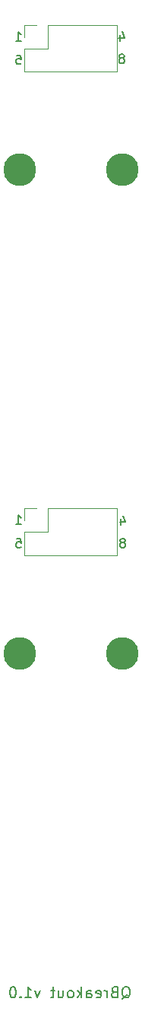
<source format=gbr>
%TF.GenerationSoftware,KiCad,Pcbnew,(6.0.11)*%
%TF.CreationDate,2023-01-29T15:15:52+00:00*%
%TF.ProjectId,Quadraphone_Breakout_Controls,51756164-7261-4706-986f-6e655f427265,rev?*%
%TF.SameCoordinates,Original*%
%TF.FileFunction,Legend,Bot*%
%TF.FilePolarity,Positive*%
%FSLAX46Y46*%
G04 Gerber Fmt 4.6, Leading zero omitted, Abs format (unit mm)*
G04 Created by KiCad (PCBNEW (6.0.11)) date 2023-01-29 15:15:52*
%MOMM*%
%LPD*%
G01*
G04 APERTURE LIST*
%ADD10C,0.150000*%
%ADD11C,0.200000*%
%ADD12C,0.120000*%
%ADD13C,3.650000*%
G04 APERTURE END LIST*
D10*
X53361904Y-107752380D02*
X53838095Y-107752380D01*
X53885714Y-108228571D01*
X53838095Y-108180952D01*
X53742857Y-108133333D01*
X53504761Y-108133333D01*
X53409523Y-108180952D01*
X53361904Y-108228571D01*
X53314285Y-108323809D01*
X53314285Y-108561904D01*
X53361904Y-108657142D01*
X53409523Y-108704761D01*
X53504761Y-108752380D01*
X53742857Y-108752380D01*
X53838095Y-108704761D01*
X53885714Y-108657142D01*
X65009523Y-105585714D02*
X65009523Y-106252380D01*
X65247619Y-105204761D02*
X65485714Y-105919047D01*
X64866666Y-105919047D01*
X53314285Y-52352380D02*
X53885714Y-52352380D01*
X53600000Y-52352380D02*
X53600000Y-51352380D01*
X53695238Y-51495238D01*
X53790476Y-51590476D01*
X53885714Y-51638095D01*
X65195238Y-54280952D02*
X65290476Y-54233333D01*
X65338095Y-54185714D01*
X65385714Y-54090476D01*
X65385714Y-54042857D01*
X65338095Y-53947619D01*
X65290476Y-53900000D01*
X65195238Y-53852380D01*
X65004761Y-53852380D01*
X64909523Y-53900000D01*
X64861904Y-53947619D01*
X64814285Y-54042857D01*
X64814285Y-54090476D01*
X64861904Y-54185714D01*
X64909523Y-54233333D01*
X65004761Y-54280952D01*
X65195238Y-54280952D01*
X65290476Y-54328571D01*
X65338095Y-54376190D01*
X65385714Y-54471428D01*
X65385714Y-54661904D01*
X65338095Y-54757142D01*
X65290476Y-54804761D01*
X65195238Y-54852380D01*
X65004761Y-54852380D01*
X64909523Y-54804761D01*
X64861904Y-54757142D01*
X64814285Y-54661904D01*
X64814285Y-54471428D01*
X64861904Y-54376190D01*
X64909523Y-54328571D01*
X65004761Y-54280952D01*
X53314285Y-106152380D02*
X53885714Y-106152380D01*
X53600000Y-106152380D02*
X53600000Y-105152380D01*
X53695238Y-105295238D01*
X53790476Y-105390476D01*
X53885714Y-105438095D01*
D11*
X65128571Y-158957142D02*
X65242857Y-158900000D01*
X65357142Y-158785714D01*
X65528571Y-158614285D01*
X65642857Y-158557142D01*
X65757142Y-158557142D01*
X65700000Y-158842857D02*
X65814285Y-158785714D01*
X65928571Y-158671428D01*
X65985714Y-158442857D01*
X65985714Y-158042857D01*
X65928571Y-157814285D01*
X65814285Y-157700000D01*
X65700000Y-157642857D01*
X65471428Y-157642857D01*
X65357142Y-157700000D01*
X65242857Y-157814285D01*
X65185714Y-158042857D01*
X65185714Y-158442857D01*
X65242857Y-158671428D01*
X65357142Y-158785714D01*
X65471428Y-158842857D01*
X65700000Y-158842857D01*
X64271428Y-158214285D02*
X64100000Y-158271428D01*
X64042857Y-158328571D01*
X63985714Y-158442857D01*
X63985714Y-158614285D01*
X64042857Y-158728571D01*
X64100000Y-158785714D01*
X64214285Y-158842857D01*
X64671428Y-158842857D01*
X64671428Y-157642857D01*
X64271428Y-157642857D01*
X64157142Y-157700000D01*
X64100000Y-157757142D01*
X64042857Y-157871428D01*
X64042857Y-157985714D01*
X64100000Y-158100000D01*
X64157142Y-158157142D01*
X64271428Y-158214285D01*
X64671428Y-158214285D01*
X63471428Y-158842857D02*
X63471428Y-158042857D01*
X63471428Y-158271428D02*
X63414285Y-158157142D01*
X63357142Y-158100000D01*
X63242857Y-158042857D01*
X63128571Y-158042857D01*
X62271428Y-158785714D02*
X62385714Y-158842857D01*
X62614285Y-158842857D01*
X62728571Y-158785714D01*
X62785714Y-158671428D01*
X62785714Y-158214285D01*
X62728571Y-158100000D01*
X62614285Y-158042857D01*
X62385714Y-158042857D01*
X62271428Y-158100000D01*
X62214285Y-158214285D01*
X62214285Y-158328571D01*
X62785714Y-158442857D01*
X61185714Y-158842857D02*
X61185714Y-158214285D01*
X61242857Y-158100000D01*
X61357142Y-158042857D01*
X61585714Y-158042857D01*
X61700000Y-158100000D01*
X61185714Y-158785714D02*
X61300000Y-158842857D01*
X61585714Y-158842857D01*
X61700000Y-158785714D01*
X61757142Y-158671428D01*
X61757142Y-158557142D01*
X61700000Y-158442857D01*
X61585714Y-158385714D01*
X61300000Y-158385714D01*
X61185714Y-158328571D01*
X60614285Y-158842857D02*
X60614285Y-157642857D01*
X60500000Y-158385714D02*
X60157142Y-158842857D01*
X60157142Y-158042857D02*
X60614285Y-158500000D01*
X59471428Y-158842857D02*
X59585714Y-158785714D01*
X59642857Y-158728571D01*
X59700000Y-158614285D01*
X59700000Y-158271428D01*
X59642857Y-158157142D01*
X59585714Y-158100000D01*
X59471428Y-158042857D01*
X59300000Y-158042857D01*
X59185714Y-158100000D01*
X59128571Y-158157142D01*
X59071428Y-158271428D01*
X59071428Y-158614285D01*
X59128571Y-158728571D01*
X59185714Y-158785714D01*
X59300000Y-158842857D01*
X59471428Y-158842857D01*
X58042857Y-158042857D02*
X58042857Y-158842857D01*
X58557142Y-158042857D02*
X58557142Y-158671428D01*
X58500000Y-158785714D01*
X58385714Y-158842857D01*
X58214285Y-158842857D01*
X58100000Y-158785714D01*
X58042857Y-158728571D01*
X57642857Y-158042857D02*
X57185714Y-158042857D01*
X57471428Y-157642857D02*
X57471428Y-158671428D01*
X57414285Y-158785714D01*
X57300000Y-158842857D01*
X57185714Y-158842857D01*
X55985714Y-158042857D02*
X55700000Y-158842857D01*
X55414285Y-158042857D01*
X54328571Y-158842857D02*
X55014285Y-158842857D01*
X54671428Y-158842857D02*
X54671428Y-157642857D01*
X54785714Y-157814285D01*
X54900000Y-157928571D01*
X55014285Y-157985714D01*
X53814285Y-158728571D02*
X53757142Y-158785714D01*
X53814285Y-158842857D01*
X53871428Y-158785714D01*
X53814285Y-158728571D01*
X53814285Y-158842857D01*
X53014285Y-157642857D02*
X52900000Y-157642857D01*
X52785714Y-157700000D01*
X52728571Y-157757142D01*
X52671428Y-157871428D01*
X52614285Y-158100000D01*
X52614285Y-158385714D01*
X52671428Y-158614285D01*
X52728571Y-158728571D01*
X52785714Y-158785714D01*
X52900000Y-158842857D01*
X53014285Y-158842857D01*
X53128571Y-158785714D01*
X53185714Y-158728571D01*
X53242857Y-158614285D01*
X53300000Y-158385714D01*
X53300000Y-158100000D01*
X53242857Y-157871428D01*
X53185714Y-157757142D01*
X53128571Y-157700000D01*
X53014285Y-157642857D01*
D10*
X53361904Y-53952380D02*
X53838095Y-53952380D01*
X53885714Y-54428571D01*
X53838095Y-54380952D01*
X53742857Y-54333333D01*
X53504761Y-54333333D01*
X53409523Y-54380952D01*
X53361904Y-54428571D01*
X53314285Y-54523809D01*
X53314285Y-54761904D01*
X53361904Y-54857142D01*
X53409523Y-54904761D01*
X53504761Y-54952380D01*
X53742857Y-54952380D01*
X53838095Y-54904761D01*
X53885714Y-54857142D01*
X64909523Y-51685714D02*
X64909523Y-52352380D01*
X65147619Y-51304761D02*
X65385714Y-52019047D01*
X64766666Y-52019047D01*
X65295238Y-108180952D02*
X65390476Y-108133333D01*
X65438095Y-108085714D01*
X65485714Y-107990476D01*
X65485714Y-107942857D01*
X65438095Y-107847619D01*
X65390476Y-107800000D01*
X65295238Y-107752380D01*
X65104761Y-107752380D01*
X65009523Y-107800000D01*
X64961904Y-107847619D01*
X64914285Y-107942857D01*
X64914285Y-107990476D01*
X64961904Y-108085714D01*
X65009523Y-108133333D01*
X65104761Y-108180952D01*
X65295238Y-108180952D01*
X65390476Y-108228571D01*
X65438095Y-108276190D01*
X65485714Y-108371428D01*
X65485714Y-108561904D01*
X65438095Y-108657142D01*
X65390476Y-108704761D01*
X65295238Y-108752380D01*
X65104761Y-108752380D01*
X65009523Y-108704761D01*
X64961904Y-108657142D01*
X64914285Y-108561904D01*
X64914285Y-108371428D01*
X64961904Y-108276190D01*
X65009523Y-108228571D01*
X65104761Y-108180952D01*
D12*
%TO.C,J12*%
X64550000Y-104395000D02*
X64550000Y-109595000D01*
X55600000Y-104395000D02*
X54270000Y-104395000D01*
X56870000Y-104395000D02*
X64550000Y-104395000D01*
X54270000Y-104395000D02*
X54270000Y-105725000D01*
X54270000Y-109595000D02*
X64550000Y-109595000D01*
X56870000Y-104395000D02*
X56870000Y-106995000D01*
X54270000Y-106995000D02*
X54270000Y-109595000D01*
X56870000Y-106995000D02*
X54270000Y-106995000D01*
%TO.C,J11*%
X54270000Y-55795000D02*
X64550000Y-55795000D01*
X64550000Y-50595000D02*
X64550000Y-55795000D01*
X56870000Y-50595000D02*
X56870000Y-53195000D01*
X54270000Y-50595000D02*
X54270000Y-51925000D01*
X54270000Y-53195000D02*
X54270000Y-55795000D01*
X56870000Y-53195000D02*
X54270000Y-53195000D01*
X56870000Y-50595000D02*
X64550000Y-50595000D01*
X55600000Y-50595000D02*
X54270000Y-50595000D01*
%TD*%
D13*
%TO.C,J1*%
X65160000Y-66700000D03*
X53730000Y-66700000D03*
%TD*%
%TO.C,J2*%
X53730000Y-120500000D03*
X65160000Y-120500000D03*
%TD*%
M02*

</source>
